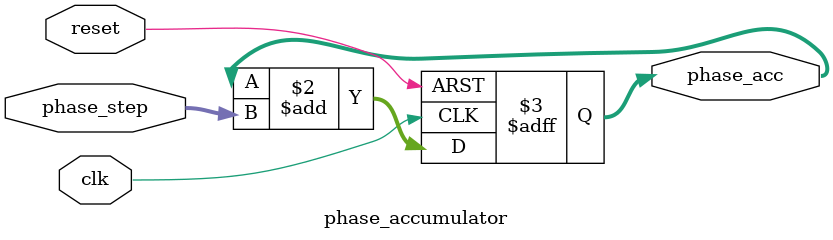
<source format=v>
module phase_accumulator (
    input clk,               // System clock
    input reset,             // Reset signal
    input [9:0] phase_step, // Phase step control
    output reg [9:0] phase_acc // Phase accumulator output
);

    always @(posedge clk or posedge reset) begin
        if (reset)
            phase_acc <= 0;
        else
            phase_acc <= phase_acc + phase_step;
    end

endmodule

</source>
